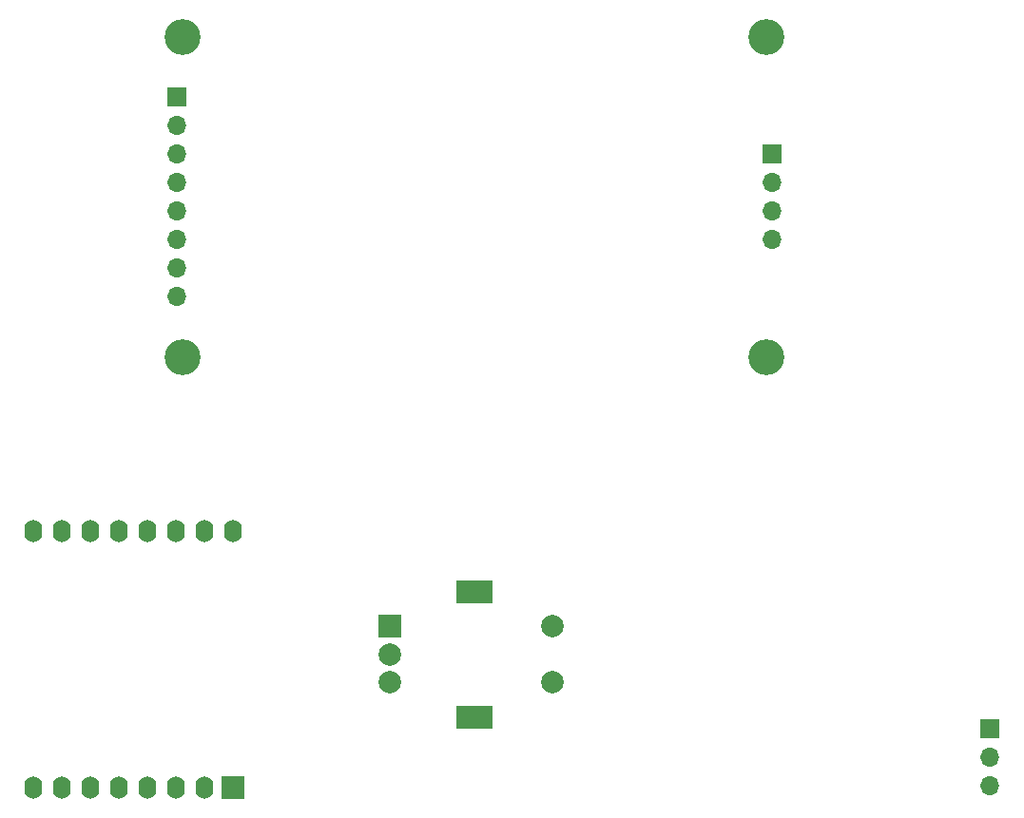
<source format=gbr>
%TF.GenerationSoftware,KiCad,Pcbnew,8.0.7-8.0.7-0~ubuntu22.04.1*%
%TF.CreationDate,2024-12-14T21:10:45+08:00*%
%TF.ProjectId,SmartClock,536d6172-7443-46c6-9f63-6b2e6b696361,rev?*%
%TF.SameCoordinates,Original*%
%TF.FileFunction,Soldermask,Bot*%
%TF.FilePolarity,Negative*%
%FSLAX46Y46*%
G04 Gerber Fmt 4.6, Leading zero omitted, Abs format (unit mm)*
G04 Created by KiCad (PCBNEW 8.0.7-8.0.7-0~ubuntu22.04.1) date 2024-12-14 21:10:45*
%MOMM*%
%LPD*%
G01*
G04 APERTURE LIST*
%ADD10C,3.200000*%
%ADD11R,1.700000X1.700000*%
%ADD12O,1.700000X1.700000*%
%ADD13R,2.000000X2.000000*%
%ADD14C,2.000000*%
%ADD15R,3.200000X2.000000*%
%ADD16O,1.600000X2.000000*%
G04 APERTURE END LIST*
D10*
%TO.C,U1*%
X116750000Y-56000000D03*
X116750000Y-84500000D03*
X168750000Y-56000000D03*
X168750000Y-84500000D03*
D11*
X116250000Y-61360000D03*
D12*
X116250000Y-63900000D03*
X116250000Y-66440000D03*
X116250000Y-68980000D03*
X116250000Y-71520000D03*
X116250000Y-74060000D03*
X116250000Y-76600000D03*
X116250000Y-79140000D03*
D11*
X169250000Y-66440000D03*
D12*
X169250000Y-68980000D03*
X169250000Y-71520000D03*
X169250000Y-74060000D03*
%TD*%
D13*
%TO.C,SW1*%
X135250000Y-108500000D03*
D14*
X135250000Y-113500000D03*
X135250000Y-111000000D03*
D15*
X142750000Y-105400000D03*
X142750000Y-116600000D03*
D14*
X149750000Y-113500000D03*
X149750000Y-108500000D03*
%TD*%
D11*
%TO.C,J1*%
X188700000Y-117650000D03*
D12*
X188700000Y-120190000D03*
X188700000Y-122730000D03*
%TD*%
D13*
%TO.C,U2*%
X121280000Y-122850000D03*
D16*
X118740000Y-122850000D03*
X116200000Y-122850000D03*
X113660000Y-122850000D03*
X111120000Y-122850000D03*
X108580000Y-122850000D03*
X106040000Y-122850000D03*
X103500000Y-122850000D03*
X103500000Y-99990000D03*
X106040000Y-99990000D03*
X108580000Y-99990000D03*
X111120000Y-99990000D03*
X113660000Y-99990000D03*
X116200000Y-99990000D03*
X118740000Y-99990000D03*
X121280000Y-99990000D03*
%TD*%
M02*

</source>
